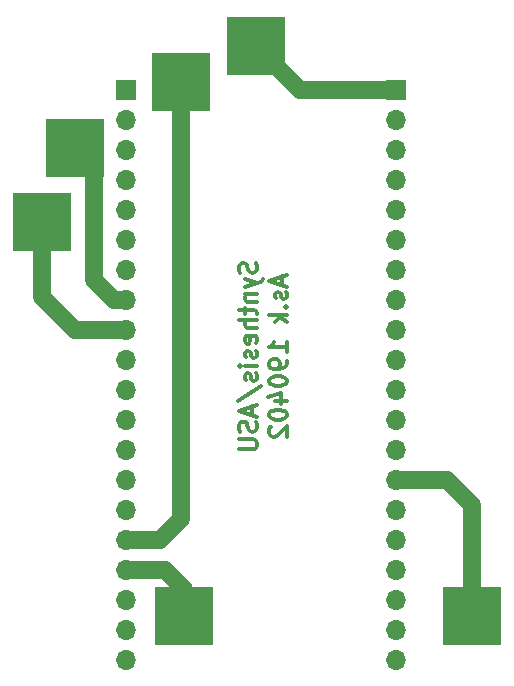
<source format=gbr>
G04 #@! TF.FileFunction,Copper,L2,Bot,Signal*
%FSLAX46Y46*%
G04 Gerber Fmt 4.6, Leading zero omitted, Abs format (unit mm)*
G04 Created by KiCad (PCBNEW 4.0.7) date Tuesday, April 30, 2019 'PMt' 04:55:04 PM*
%MOMM*%
%LPD*%
G01*
G04 APERTURE LIST*
%ADD10C,0.100000*%
%ADD11C,0.300000*%
%ADD12R,5.000000X5.000000*%
%ADD13R,1.700000X1.700000*%
%ADD14O,1.700000X1.700000*%
%ADD15C,1.524000*%
G04 APERTURE END LIST*
D10*
D11*
X140556143Y-78177428D02*
X140627571Y-78391714D01*
X140627571Y-78748857D01*
X140556143Y-78891714D01*
X140484714Y-78963143D01*
X140341857Y-79034571D01*
X140199000Y-79034571D01*
X140056143Y-78963143D01*
X139984714Y-78891714D01*
X139913286Y-78748857D01*
X139841857Y-78463143D01*
X139770429Y-78320285D01*
X139699000Y-78248857D01*
X139556143Y-78177428D01*
X139413286Y-78177428D01*
X139270429Y-78248857D01*
X139199000Y-78320285D01*
X139127571Y-78463143D01*
X139127571Y-78820285D01*
X139199000Y-79034571D01*
X139627571Y-79534571D02*
X140627571Y-79891714D01*
X139627571Y-80248856D02*
X140627571Y-79891714D01*
X140984714Y-79748856D01*
X141056143Y-79677428D01*
X141127571Y-79534571D01*
X139627571Y-80820285D02*
X140627571Y-80820285D01*
X139770429Y-80820285D02*
X139699000Y-80891713D01*
X139627571Y-81034571D01*
X139627571Y-81248856D01*
X139699000Y-81391713D01*
X139841857Y-81463142D01*
X140627571Y-81463142D01*
X139627571Y-81963142D02*
X139627571Y-82534571D01*
X139127571Y-82177428D02*
X140413286Y-82177428D01*
X140556143Y-82248856D01*
X140627571Y-82391714D01*
X140627571Y-82534571D01*
X140627571Y-83034571D02*
X139127571Y-83034571D01*
X140627571Y-83677428D02*
X139841857Y-83677428D01*
X139699000Y-83605999D01*
X139627571Y-83463142D01*
X139627571Y-83248857D01*
X139699000Y-83105999D01*
X139770429Y-83034571D01*
X140556143Y-84963142D02*
X140627571Y-84820285D01*
X140627571Y-84534571D01*
X140556143Y-84391714D01*
X140413286Y-84320285D01*
X139841857Y-84320285D01*
X139699000Y-84391714D01*
X139627571Y-84534571D01*
X139627571Y-84820285D01*
X139699000Y-84963142D01*
X139841857Y-85034571D01*
X139984714Y-85034571D01*
X140127571Y-84320285D01*
X140556143Y-85605999D02*
X140627571Y-85748856D01*
X140627571Y-86034571D01*
X140556143Y-86177428D01*
X140413286Y-86248856D01*
X140341857Y-86248856D01*
X140199000Y-86177428D01*
X140127571Y-86034571D01*
X140127571Y-85820285D01*
X140056143Y-85677428D01*
X139913286Y-85605999D01*
X139841857Y-85605999D01*
X139699000Y-85677428D01*
X139627571Y-85820285D01*
X139627571Y-86034571D01*
X139699000Y-86177428D01*
X140627571Y-86891714D02*
X139627571Y-86891714D01*
X139127571Y-86891714D02*
X139199000Y-86820285D01*
X139270429Y-86891714D01*
X139199000Y-86963142D01*
X139127571Y-86891714D01*
X139270429Y-86891714D01*
X140556143Y-87534571D02*
X140627571Y-87677428D01*
X140627571Y-87963143D01*
X140556143Y-88106000D01*
X140413286Y-88177428D01*
X140341857Y-88177428D01*
X140199000Y-88106000D01*
X140127571Y-87963143D01*
X140127571Y-87748857D01*
X140056143Y-87606000D01*
X139913286Y-87534571D01*
X139841857Y-87534571D01*
X139699000Y-87606000D01*
X139627571Y-87748857D01*
X139627571Y-87963143D01*
X139699000Y-88106000D01*
X139056143Y-89891714D02*
X140984714Y-88606000D01*
X140199000Y-90320286D02*
X140199000Y-91034572D01*
X140627571Y-90177429D02*
X139127571Y-90677429D01*
X140627571Y-91177429D01*
X140556143Y-91606000D02*
X140627571Y-91820286D01*
X140627571Y-92177429D01*
X140556143Y-92320286D01*
X140484714Y-92391715D01*
X140341857Y-92463143D01*
X140199000Y-92463143D01*
X140056143Y-92391715D01*
X139984714Y-92320286D01*
X139913286Y-92177429D01*
X139841857Y-91891715D01*
X139770429Y-91748857D01*
X139699000Y-91677429D01*
X139556143Y-91606000D01*
X139413286Y-91606000D01*
X139270429Y-91677429D01*
X139199000Y-91748857D01*
X139127571Y-91891715D01*
X139127571Y-92248857D01*
X139199000Y-92463143D01*
X139127571Y-93106000D02*
X140341857Y-93106000D01*
X140484714Y-93177428D01*
X140556143Y-93248857D01*
X140627571Y-93391714D01*
X140627571Y-93677428D01*
X140556143Y-93820286D01*
X140484714Y-93891714D01*
X140341857Y-93963143D01*
X139127571Y-93963143D01*
X142749000Y-79320287D02*
X142749000Y-80034573D01*
X143177571Y-79177430D02*
X141677571Y-79677430D01*
X143177571Y-80177430D01*
X143106143Y-80606001D02*
X143177571Y-80748858D01*
X143177571Y-81034573D01*
X143106143Y-81177430D01*
X142963286Y-81248858D01*
X142891857Y-81248858D01*
X142749000Y-81177430D01*
X142677571Y-81034573D01*
X142677571Y-80820287D01*
X142606143Y-80677430D01*
X142463286Y-80606001D01*
X142391857Y-80606001D01*
X142249000Y-80677430D01*
X142177571Y-80820287D01*
X142177571Y-81034573D01*
X142249000Y-81177430D01*
X143034714Y-81891716D02*
X143106143Y-81963144D01*
X143177571Y-81891716D01*
X143106143Y-81820287D01*
X143034714Y-81891716D01*
X143177571Y-81891716D01*
X143177571Y-82606002D02*
X141677571Y-82606002D01*
X142606143Y-82748859D02*
X143177571Y-83177430D01*
X142177571Y-83177430D02*
X142749000Y-82606002D01*
X143177571Y-85748859D02*
X143177571Y-84891716D01*
X143177571Y-85320288D02*
X141677571Y-85320288D01*
X141891857Y-85177431D01*
X142034714Y-85034573D01*
X142106143Y-84891716D01*
X143177571Y-86463144D02*
X143177571Y-86748859D01*
X143106143Y-86891716D01*
X143034714Y-86963144D01*
X142820429Y-87106002D01*
X142534714Y-87177430D01*
X141963286Y-87177430D01*
X141820429Y-87106002D01*
X141749000Y-87034573D01*
X141677571Y-86891716D01*
X141677571Y-86606002D01*
X141749000Y-86463144D01*
X141820429Y-86391716D01*
X141963286Y-86320287D01*
X142320429Y-86320287D01*
X142463286Y-86391716D01*
X142534714Y-86463144D01*
X142606143Y-86606002D01*
X142606143Y-86891716D01*
X142534714Y-87034573D01*
X142463286Y-87106002D01*
X142320429Y-87177430D01*
X141677571Y-88106001D02*
X141677571Y-88248858D01*
X141749000Y-88391715D01*
X141820429Y-88463144D01*
X141963286Y-88534573D01*
X142249000Y-88606001D01*
X142606143Y-88606001D01*
X142891857Y-88534573D01*
X143034714Y-88463144D01*
X143106143Y-88391715D01*
X143177571Y-88248858D01*
X143177571Y-88106001D01*
X143106143Y-87963144D01*
X143034714Y-87891715D01*
X142891857Y-87820287D01*
X142606143Y-87748858D01*
X142249000Y-87748858D01*
X141963286Y-87820287D01*
X141820429Y-87891715D01*
X141749000Y-87963144D01*
X141677571Y-88106001D01*
X142177571Y-89891715D02*
X143177571Y-89891715D01*
X141606143Y-89534572D02*
X142677571Y-89177429D01*
X142677571Y-90106001D01*
X141677571Y-90963143D02*
X141677571Y-91106000D01*
X141749000Y-91248857D01*
X141820429Y-91320286D01*
X141963286Y-91391715D01*
X142249000Y-91463143D01*
X142606143Y-91463143D01*
X142891857Y-91391715D01*
X143034714Y-91320286D01*
X143106143Y-91248857D01*
X143177571Y-91106000D01*
X143177571Y-90963143D01*
X143106143Y-90820286D01*
X143034714Y-90748857D01*
X142891857Y-90677429D01*
X142606143Y-90606000D01*
X142249000Y-90606000D01*
X141963286Y-90677429D01*
X141820429Y-90748857D01*
X141749000Y-90820286D01*
X141677571Y-90963143D01*
X141820429Y-92034571D02*
X141749000Y-92106000D01*
X141677571Y-92248857D01*
X141677571Y-92606000D01*
X141749000Y-92748857D01*
X141820429Y-92820286D01*
X141963286Y-92891714D01*
X142106143Y-92891714D01*
X142320429Y-92820286D01*
X143177571Y-91963143D01*
X143177571Y-92891714D01*
D12*
X122428000Y-74676000D03*
X140589000Y-59817000D03*
X134239000Y-62865000D03*
X125222000Y-68453000D03*
X134493000Y-108077000D03*
D13*
X129540000Y-63500000D03*
D14*
X129540000Y-66040000D03*
X129540000Y-68580000D03*
X129540000Y-71120000D03*
X129540000Y-73660000D03*
X129540000Y-76200000D03*
X129540000Y-78740000D03*
X129540000Y-81280000D03*
X129540000Y-83820000D03*
X129540000Y-86360000D03*
X129540000Y-88900000D03*
X129540000Y-91440000D03*
X129540000Y-93980000D03*
X129540000Y-96520000D03*
X129540000Y-99060000D03*
X129540000Y-101600000D03*
X129540000Y-104140000D03*
X129540000Y-106680000D03*
X129540000Y-109220000D03*
X129540000Y-111760000D03*
D13*
X152400000Y-63500000D03*
D14*
X152400000Y-66040000D03*
X152400000Y-68580000D03*
X152400000Y-71120000D03*
X152400000Y-73660000D03*
X152400000Y-76200000D03*
X152400000Y-78740000D03*
X152400000Y-81280000D03*
X152400000Y-83820000D03*
X152400000Y-86360000D03*
X152400000Y-88900000D03*
X152400000Y-91440000D03*
X152400000Y-93980000D03*
X152400000Y-96520000D03*
X152400000Y-99060000D03*
X152400000Y-101600000D03*
X152400000Y-104140000D03*
X152400000Y-106680000D03*
X152400000Y-109220000D03*
X152400000Y-111760000D03*
D12*
X158877000Y-108077000D03*
D15*
X129540000Y-83820000D02*
X125222000Y-83820000D01*
X122428000Y-81026000D02*
X122428000Y-74676000D01*
X125222000Y-83820000D02*
X122428000Y-81026000D01*
X152400000Y-63500000D02*
X144272000Y-63500000D01*
X144272000Y-63500000D02*
X140589000Y-59817000D01*
X129540000Y-101600000D02*
X132461000Y-101600000D01*
X134239000Y-99822000D02*
X134239000Y-62865000D01*
X132461000Y-101600000D02*
X134239000Y-99822000D01*
X129540000Y-81280000D02*
X128524000Y-81280000D01*
X126873000Y-79629000D02*
X126873000Y-70104000D01*
X128524000Y-81280000D02*
X126873000Y-79629000D01*
X126873000Y-70104000D02*
X125222000Y-68453000D01*
X129540000Y-104140000D02*
X132842000Y-104140000D01*
X132842000Y-104140000D02*
X134493000Y-105791000D01*
X134493000Y-105791000D02*
X134493000Y-108077000D01*
X152400000Y-96520000D02*
X156718000Y-96520000D01*
X158877000Y-98679000D02*
X158877000Y-108077000D01*
X156718000Y-96520000D02*
X158877000Y-98679000D01*
M02*

</source>
